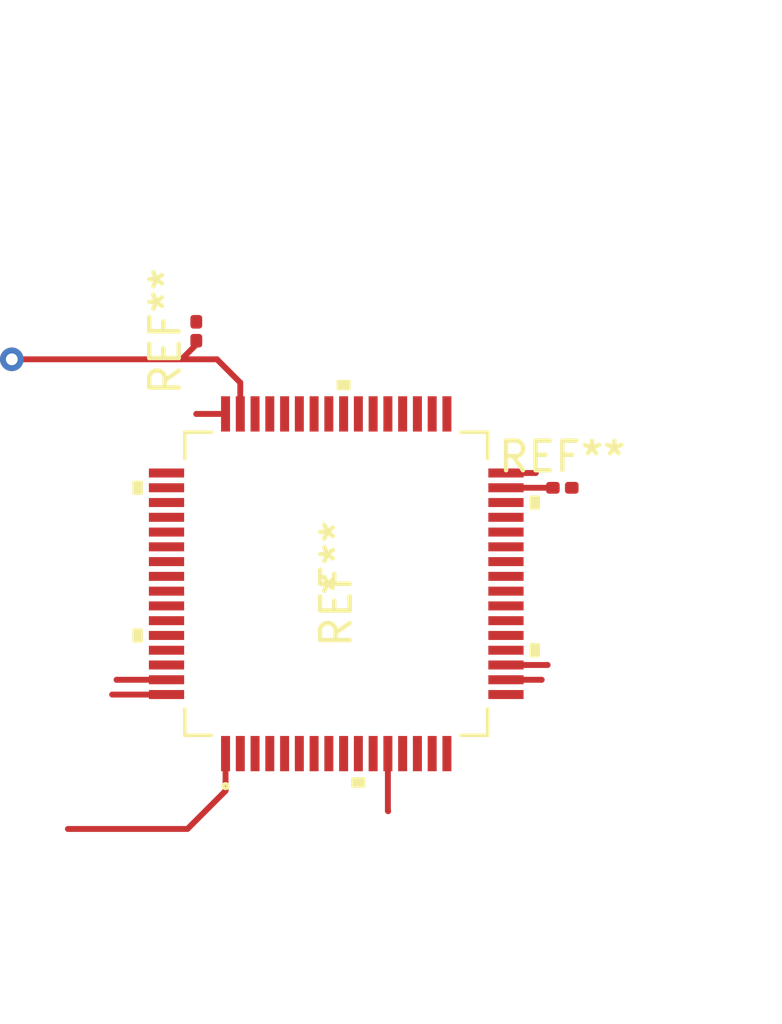
<source format=kicad_pcb>
(kicad_pcb (version 20211014) (generator pcbnew)
  (layers (0 "F.Cu" signal) (31 "B.Cu" signal) (34 "B.Paste" user) (35 "F.Paste" user) (36 "B.SilkS" user "B.Silkscreen") (37 "F.SilkS" user "F.Silkscreen") (38 "B.Mask" user) (39 "F.Mask" user) (44 "Edge.Cuts" user))
  (net 0 "")
  (footprint "Capacitor_SMD:C_0201_0603Metric" (layer "F.Cu") (at 156.8 104.85)
    (fp_text reference "REF**" (at 0 -1.05) (layer "F.SilkS"))
    (fp_text value "C_0201_0603Metric")
    (pad "1" smd roundrect (at -0.32 0) (size 0.46 0.4) (layers "F.Cu" "F.Mask"))
    (pad "2" smd roundrect (at 0.32 0) (size 0.46 0.4) (layers "F.Cu" "F.Mask"))
  )
  (footprint "Capacitor_SMD:C_0201_0603Metric" (layer "F.Cu") (at 144.4 99.55 90)
    (fp_text reference "REF**" (at 0 -1.05 90) (layer "F.SilkS"))
    (fp_text value "C_0201_0603Metric")
    (pad "1" smd roundrect (at -0.32 0 90) (size 0.46 0.4) (layers "F.Cu" "F.Mask"))
    (pad "2" smd roundrect (at 0.32 0 90) (size 0.46 0.4) (layers "F.Cu" "F.Mask"))
  )
  (footprint "stm32f405:STM32F405RGT6" (layer "F.Cu") (at 149.14075 108.09875 90)
    (fp_text reference "REF**" (at 0 0 90) (layer "F.SilkS"))
    (fp_text value "LQFP64-10x10mm" hide)
    (fp_text user "*" (at 0 0 90) (layer "F.SilkS"))
    (fp_line (start 5.1308 -4.234392) (end 5.1308 -5.1308) (layer "F.SilkS") (width 0.12))
    (fp_line (start 5.1308 5.1308) (end 5.1308 4.234392) (layer "F.SilkS") (width 0.12))
    (fp_line (start 5.1308 -5.1308) (end 4.234392 -5.1308) (layer "F.SilkS") (width 0.12))
    (fp_line (start -5.1308 4.234392) (end -5.1308 5.1308) (layer "F.SilkS") (width 0.12))
    (fp_line (start 4.234392 5.1308) (end 5.1308 5.1308) (layer "F.SilkS") (width 0.12))
    (fp_line (start -5.1308 5.1308) (end -4.234392 5.1308) (layer "F.SilkS") (width 0.12))
    (fp_line (start -5.1308 -5.1308) (end -5.1308 -4.234392) (layer "F.SilkS") (width 0.12))
    (fp_line (start -4.234392 -5.1308) (end -5.1308 -5.1308) (layer "F.SilkS") (width 0.12))
    (fp_circle (center -6.8509 -3.75) (end -6.7747 -3.75) (layer "F.SilkS") (width 0.12) (fill none))
    (fp_poly (pts (xy 6.854899 0.059499) (xy 6.854899 0.4405) (xy 6.600899 0.4405) (xy 6.600899 0.059499)) (layer "F.SilkS") (width 0.1) (fill solid))
    (fp_poly (pts (xy -1.940499 -6.600899) (xy -1.940499 -6.854899) (xy -1.559499 -6.854899) (xy -1.559499 -6.600899)) (layer "F.SilkS") (width 0.1) (fill solid))
    (fp_poly (pts (xy -2.440501 6.600899) (xy -2.440501 6.854899) (xy -2.059501 6.854899) (xy -2.059501 6.600899)) (layer "F.SilkS") (width 0.1) (fill solid))
    (fp_poly (pts (xy 3.059501 -6.600899) (xy 3.059501 -6.854899) (xy 3.440501 -6.854899) (xy 3.440501 -6.600899)) (layer "F.SilkS") (width 0.1) (fill solid))
    (fp_poly (pts (xy -6.854899 0.559501) (xy -6.854899 0.940501) (xy -6.600899 0.940501) (xy -6.600899 0.559501)) (layer "F.SilkS") (width 0.1) (fill solid))
    (fp_poly (pts (xy 2.5595 6.600899) (xy 2.5595 6.854899) (xy 2.9405 6.854899) (xy 2.9405 6.600899)) (layer "F.SilkS") (width 0.1) (fill solid))
    (pad "1" smd rect locked (at -5.749999 -3.75 90) (size 1.1938 0.3048) (layers "F.Cu" "F.Paste" "F.Mask"))
    (pad "2" smd rect locked (at -5.749999 -3.250001 90) (size 1.1938 0.3048) (layers "F.Cu" "F.Paste" "F.Mask"))
    (pad "3" smd rect locked (at -5.749999 -2.75 90) (size 1.1938 0.3048) (layers "F.Cu" "F.Paste" "F.Mask"))
    (pad "4" smd rect locked (at -5.749999 -2.250001 90) (size 1.1938 0.3048) (layers "F.Cu" "F.Paste" "F.Mask"))
    (pad "5" smd rect locked (at -5.749999 -1.749999 90) (size 1.1938 0.3048) (layers "F.Cu" "F.Paste" "F.Mask"))
    (pad "6" smd rect locked (at -5.749999 -1.25 90) (size 1.1938 0.3048) (layers "F.Cu" "F.Paste" "F.Mask"))
    (pad "7" smd rect locked (at -5.749999 -0.750001 90) (size 1.1938 0.3048) (layers "F.Cu" "F.Paste" "F.Mask"))
    (pad "8" smd rect locked (at -5.749999 -0.25 90) (size 1.1938 0.3048) (layers "F.Cu" "F.Paste" "F.Mask"))
    (pad "9" smd rect locked (at -5.749999 0.25 90) (size 1.1938 0.3048) (layers "F.Cu" "F.Paste" "F.Mask"))
    (pad "10" smd rect locked (at -5.749999 0.750001 90) (size 1.1938 0.3048) (layers "F.Cu" "F.Paste" "F.Mask"))
    (pad "11" smd rect locked (at -5.749999 1.25 90) (size 1.1938 0.3048) (layers "F.Cu" "F.Paste" "F.Mask"))
    (pad "12" smd rect locked (at -5.749999 1.749999 90) (size 1.1938 0.3048) (layers "F.Cu" "F.Paste" "F.Mask"))
    (pad "13" smd rect locked (at -5.749999 2.250001 90) (size 1.1938 0.3048) (layers "F.Cu" "F.Paste" "F.Mask"))
    (pad "14" smd rect locked (at -5.749999 2.75 90) (size 1.1938 0.3048) (layers "F.Cu" "F.Paste" "F.Mask"))
    (pad "15" smd rect locked (at -5.749999 3.250001 90) (size 1.1938 0.3048) (layers "F.Cu" "F.Paste" "F.Mask"))
    (pad "16" smd rect locked (at -5.749999 3.75 90) (size 1.1938 0.3048) (layers "F.Cu" "F.Paste" "F.Mask"))
    (pad "17" smd rect locked (at -3.75 5.749999 180) (size 1.1938 0.3048) (layers "F.Cu" "F.Paste" "F.Mask"))
    (pad "18" smd rect locked (at -3.250001 5.749999 180) (size 1.1938 0.3048) (layers "F.Cu" "F.Paste" "F.Mask"))
    (pad "19" smd rect locked (at -2.75 5.749999 180) (size 1.1938 0.3048) (layers "F.Cu" "F.Paste" "F.Mask"))
    (pad "20" smd rect locked (at -2.250001 5.749999 180) (size 1.1938 0.3048) (layers "F.Cu" "F.Paste" "F.Mask"))
    (pad "21" smd rect locked (at -1.749999 5.749999 180) (size 1.1938 0.3048) (layers "F.Cu" "F.Paste" "F.Mask"))
    (pad "22" smd rect locked (at -1.25 5.749999 180) (size 1.1938 0.3048) (layers "F.Cu" "F.Paste" "F.Mask"))
    (pad "23" smd rect locked (at -0.750001 5.749999 180) (size 1.1938 0.3048) (layers "F.Cu" "F.Paste" "F.Mask"))
    (pad "24" smd rect locked (at -0.25 5.749999 180) (size 1.1938 0.3048) (layers "F.Cu" "F.Paste" "F.Mask"))
    (pad "25" smd rect locked (at 0.25 5.749999 180) (size 1.1938 0.3048) (layers "F.Cu" "F.Paste" "F.Mask"))
    (pad "26" smd rect locked (at 0.750001 5.749999 180) (size 1.1938 0.3048) (layers "F.Cu" "F.Paste" "F.Mask"))
    (pad "27" smd rect locked (at 1.25 5.749999 180) (size 1.1938 0.3048) (layers "F.Cu" "F.Paste" "F.Mask"))
    (pad "28" smd rect locked (at 1.749999 5.749999 180) (size 1.1938 0.3048) (layers "F.Cu" "F.Paste" "F.Mask"))
    (pad "29" smd rect locked (at 2.250001 5.749999 180) (size 1.1938 0.3048) (layers "F.Cu" "F.Paste" "F.Mask"))
    (pad "30" smd rect locked (at 2.75 5.749999 180) (size 1.1938 0.3048) (layers "F.Cu" "F.Paste" "F.Mask"))
    (pad "31" smd rect locked (at 3.250001 5.749999 180) (size 1.1938 0.3048) (layers "F.Cu" "F.Paste" "F.Mask"))
    (pad "32" smd rect locked (at 3.75 5.749999 180) (size 1.1938 0.3048) (layers "F.Cu" "F.Paste" "F.Mask"))
    (pad "33" smd rect locked (at 5.749999 3.75 90) (size 1.1938 0.3048) (layers "F.Cu" "F.Paste" "F.Mask"))
    (pad "34" smd rect locked (at 5.749999 3.250001 90) (size 1.1938 0.3048) (layers "F.Cu" "F.Paste" "F.Mask"))
    (pad "35" smd rect locked (at 5.749999 2.75 90) (size 1.1938 0.3048) (layers "F.Cu" "F.Paste" "F.Mask"))
    (pad "36" smd rect locked (at 5.749999 2.250001 90) (size 1.1938 0.3048) (layers "F.Cu" "F.Paste" "F.Mask"))
    (pad "37" smd rect locked (at 5.749999 1.749999 90) (size 1.1938 0.3048) (layers "F.Cu" "F.Paste" "F.Mask"))
    (pad "38" smd rect locked (at 5.749999 1.25 90) (size 1.1938 0.3048) (layers "F.Cu" "F.Paste" "F.Mask"))
    (pad "39" smd rect locked (at 5.749999 0.750001 90) (size 1.1938 0.3048) (layers "F.Cu" "F.Paste" "F.Mask"))
    (pad "40" smd rect locked (at 5.749999 0.25 90) (size 1.1938 0.3048) (layers "F.Cu" "F.Paste" "F.Mask"))
    (pad "41" smd rect locked (at 5.749999 -0.25 90) (size 1.1938 0.3048) (layers "F.Cu" "F.Paste" "F.Mask"))
    (pad "42" smd rect locked (at 5.749999 -0.750001 90) (size 1.1938 0.3048) (layers "F.Cu" "F.Paste" "F.Mask"))
    (pad "43" smd rect locked (at 5.749999 -1.25 90) (size 1.1938 0.3048) (layers "F.Cu" "F.Paste" "F.Mask"))
    (pad "44" smd rect locked (at 5.749999 -1.749999 90) (size 1.1938 0.3048) (layers "F.Cu" "F.Paste" "F.Mask"))
    (pad "45" smd rect locked (at 5.749999 -2.250001 90) (size 1.1938 0.3048) (layers "F.Cu" "F.Paste" "F.Mask"))
    (pad "46" smd rect locked (at 5.749999 -2.75 90) (size 1.1938 0.3048) (layers "F.Cu" "F.Paste" "F.Mask"))
    (pad "47" smd rect locked (at 5.749999 -3.250001 90) (size 1.1938 0.3048) (layers "F.Cu" "F.Paste" "F.Mask"))
    (pad "48" smd rect locked (at 5.749999 -3.75 90) (size 1.1938 0.3048) (layers "F.Cu" "F.Paste" "F.Mask"))
    (pad "49" smd rect locked (at 3.75 -5.749999 180) (size 1.1938 0.3048) (layers "F.Cu" "F.Paste" "F.Mask"))
    (pad "50" smd rect locked (at 3.250001 -5.749999 180) (size 1.1938 0.3048) (layers "F.Cu" "F.Paste" "F.Mask"))
    (pad "51" smd rect locked (at 2.75 -5.749999 180) (size 1.1938 0.3048) (layers "F.Cu" "F.Paste" "F.Mask"))
    (pad "52" smd rect locked (at 2.250001 -5.749999 180) (size 1.1938 0.3048) (layers "F.Cu" "F.Paste" "F.Mask"))
    (pad "53" smd rect locked (at 1.749999 -5.749999 180) (size 1.1938 0.3048) (layers "F.Cu" "F.Paste" "F.Mask"))
    (pad "54" smd rect locked (at 1.25 -5.749999 180) (size 1.1938 0.3048) (layers "F.Cu" "F.Paste" "F.Mask"))
    (pad "55" smd rect locked (at 0.750001 -5.749999 180) (size 1.1938 0.3048) (layers "F.Cu" "F.Paste" "F.Mask"))
    (pad "56" smd rect locked (at 0.25 -5.749999 180) (size 1.1938 0.3048) (layers "F.Cu" "F.Paste" "F.Mask"))
    (pad "57" smd rect locked (at -0.25 -5.749999 180) (size 1.1938 0.3048) (layers "F.Cu" "F.Paste" "F.Mask"))
    (pad "58" smd rect locked (at -0.750001 -5.749999 180) (size 1.1938 0.3048) (layers "F.Cu" "F.Paste" "F.Mask"))
    (pad "59" smd rect locked (at -1.25 -5.749999 180) (size 1.1938 0.3048) (layers "F.Cu" "F.Paste" "F.Mask"))
    (pad "60" smd rect locked (at -1.749999 -5.749999 180) (size 1.1938 0.3048) (layers "F.Cu" "F.Paste" "F.Mask"))
    (pad "61" smd rect locked (at -2.250001 -5.749999 180) (size 1.1938 0.3048) (layers "F.Cu" "F.Paste" "F.Mask"))
    (pad "62" smd rect locked (at -2.75 -5.749999 180) (size 1.1938 0.3048) (layers "F.Cu" "F.Paste" "F.Mask"))
    (pad "63" smd rect locked (at -3.250001 -5.749999 180) (size 1.1938 0.3048) (layers "F.Cu" "F.Paste" "F.Mask"))
    (pad "64" smd rect locked (at -3.75 -5.749999 180) (size 1.1938 0.3048) (layers "F.Cu" "F.Paste" "F.Mask"))
  )
  (segment (start 154.890749 111.348751) (end 156.098751 111.348751) (width 0.2) (layer "F.Cu") (net 0))
  (segment (start 154.890749 110.84875) (end 156.29875 110.84875) (width 0.2) (layer "F.Cu") (net 0))
  (segment (start 155.9 104.35) (end 155.89875 104.34875) (width 0.2) (layer "F.Cu") (net 0))
  (segment (start 143.390751 111.348751) (end 141.701249 111.348751) (width 0.2) (layer "F.Cu") (net 0))
  (segment (start 156.29875 110.84875) (end 156.3 110.85) (width 0.2) (layer "F.Cu") (net 0))
  (segment (start 156.098751 111.348751) (end 156.1 111.35) (width 0.2) (layer "F.Cu") (net 0))
  (segment (start 138.15 100.5) (end 143.9 100.5) (width 0.2) (layer "F.Cu") (net 0))
  (segment (start 144.401249 102.348751) (end 144.4 102.35) (width 0.2) (layer "F.Cu") (net 0))
  (segment (start 143.9 100.5) (end 145.1 100.5) (width 0.2) (layer "F.Cu") (net 0))
  (segment (start 150.890749 113.848749) (end 150.890749 115.790749) (width 0.2) (layer "F.Cu") (net 0))
  (segment (start 143.390751 111.84875) (end 143.389501 111.85) (width 0.2) (layer "F.Cu") (net 0))
  (segment (start 145.39075 102.348751) (end 144.401249 102.348751) (width 0.2) (layer "F.Cu") (net 0))
  (segment (start 144.1 116.4) (end 140.05 116.4) (width 0.2) (layer "F.Cu") (net 0))
  (segment (start 143.389501 111.85) (end 141.55 111.85) (width 0.2) (layer "F.Cu") (net 0))
  (segment (start 145.890749 101.290749) (end 145.890749 102.348751) (width 0.2) (layer "F.Cu") (net 0))
  (segment (start 145.39075 115.10925) (end 144.1 116.4) (width 0.2) (layer "F.Cu") (net 0))
  (segment (start 141.7 111.35) (end 141.701249 111.348751) (width 0.2) (layer "F.Cu") (net 0))
  (segment (start 145.39075 113.848749) (end 145.39075 115.10925) (width 0.2) (layer "F.Cu") (net 0))
  (segment (start 145.1 100.5) (end 145.890749 101.290749) (width 0.2) (layer "F.Cu") (net 0))
  (segment (start 143.9 100.5) (end 144.5 99.9) (width 0.2) (layer "F.Cu") (net 0))
  (segment (start 150.9 115.8) (end 150.890749 115.790749) (width 0.2) (layer "F.Cu") (net 0))
  (segment (start 154.890749 104.848749) (end 156.598749 104.848749) (width 0.2) (layer "F.Cu") (net 0))
  (segment (start 144.5 99.9) (end 144.5 99.85) (width 0.2) (layer "F.Cu") (net 0))
  (segment (start 154.890749 104.34875) (end 155.89875 104.34875) (width 0.2) (layer "F.Cu") (net 0))
  (via (at 138.15 100.5) (size 0.8) (drill 0.4) (layers "F.Cu" "B.Cu") (net 0))
)
</source>
